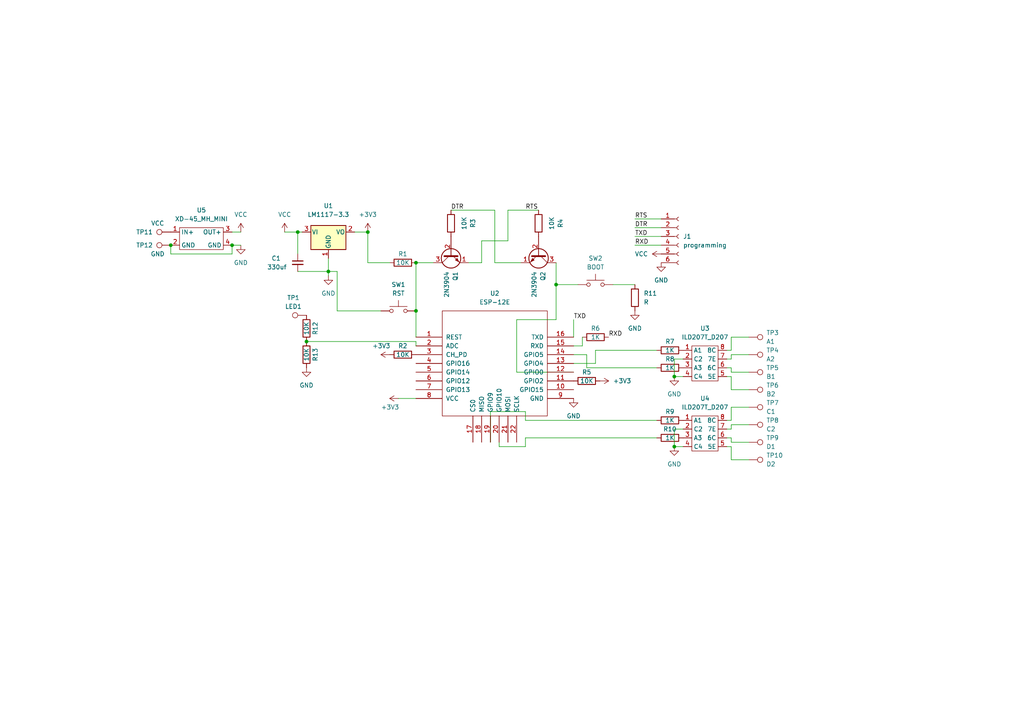
<source format=kicad_sch>
(kicad_sch (version 20211123) (generator eeschema)
  (paper "A4")
  (lib_symbols
    (symbol "Buck_Converter:XD-45_MH_MINI"
      (property "Reference" "U" (at 0 -2.54 0))
      (property "Value" "XD-45_MH_MINI" (at 0 0 0))
      (symbol "XD-45_MH_MINI_0_1"
        (polyline (pts (xy -6.35 -3.81) (xy 6.35 -3.81) (xy 6.35 -10.16) (xy -6.35 -10.16) (xy -6.35 -3.81)))
      )
      (symbol "XD-45_MH_MINI_1_1"
        (pin input line (at -8.89 -5.08 0) (length 2.54) (name "IN+") (number "1"))
        (pin input line (at -8.89 -8.89 0) (length 2.54) (name "GND") (number "2"))
        (pin output line (at 8.89 -5.08 180) (length 2.54) (name "OUT+") (number "3"))
        (pin output line (at 8.89 -8.89 180) (length 2.54) (name "GND") (number "4"))
      )
    )
    (symbol "Connector:Conn_01x06_Female" (pin_names (offset 1.016) hide)
      (property "Reference" "J" (at 0 7.62 0))
      (property "Value" "Conn_01x06_Female" (at 0 -10.16 0))
      (symbol "Conn_01x06_Female_1_1"
        (arc (start 0 -7.112) (mid -0.508 -7.62) (end 0 -8.128) (stroke (width 0.1524)))
        (arc (start 0 -4.572) (mid -0.508 -5.08) (end 0 -5.588) (stroke (width 0.1524)))
        (arc (start 0 -2.032) (mid -0.508 -2.54) (end 0 -3.048) (stroke (width 0.1524)))
        (polyline (pts (xy -1.27 -7.62) (xy -0.508 -7.62)) (stroke (width 0.1524)))
        (polyline (pts (xy -1.27 -5.08) (xy -0.508 -5.08)) (stroke (width 0.1524)))
        (polyline (pts (xy -1.27 -2.54) (xy -0.508 -2.54)) (stroke (width 0.1524)))
        (polyline (pts (xy -1.27 0) (xy -0.508 0)) (stroke (width 0.1524)))
        (polyline (pts (xy -1.27 2.54) (xy -0.508 2.54)) (stroke (width 0.1524)))
        (polyline (pts (xy -1.27 5.08) (xy -0.508 5.08)) (stroke (width 0.1524)))
        (arc (start 0 0.508) (mid -0.508 0) (end 0 -0.508) (stroke (width 0.1524)))
        (arc (start 0 3.048) (mid -0.508 2.54) (end 0 2.032) (stroke (width 0.1524)))
        (arc (start 0 5.588) (mid -0.508 5.08) (end 0 4.572) (stroke (width 0.1524)))
        (pin passive line (at -5.08 5.08 0) (length 3.81) (name "Pin_1") (number "1"))
        (pin passive line (at -5.08 2.54 0) (length 3.81) (name "Pin_2") (number "2"))
        (pin passive line (at -5.08 0 0) (length 3.81) (name "Pin_3") (number "3"))
        (pin passive line (at -5.08 -2.54 0) (length 3.81) (name "Pin_4") (number "4"))
        (pin passive line (at -5.08 -5.08 0) (length 3.81) (name "Pin_5") (number "5"))
        (pin passive line (at -5.08 -7.62 0) (length 3.81) (name "Pin_6") (number "6"))
      )
    )
    (symbol "Connector:TestPoint" (pin_numbers hide) (pin_names (offset 0.762) hide)
      (property "Reference" "TP" (at 0 6.858 0))
      (property "Value" "TestPoint" (at 0 5.08 0))
      (symbol "TestPoint_0_1"
        (circle (center 0 3.302) (radius 0.762))
      )
      (symbol "TestPoint_1_1"
        (pin passive line (at 0 0 90) (length 2.54) (name "1") (number "1"))
      )
    )
    (symbol "Device:C_Small" (pin_numbers hide) (pin_names (offset 0.254) hide)
      (property "Reference" "C" (at 0.254 1.778 0))
      (property "Value" "C_Small" (at 0.254 -2.032 0))
      (symbol "C_Small_0_1"
        (polyline (pts (xy -1.524 -0.508) (xy 1.524 -0.508)) (stroke (width 0.3302)))
        (polyline (pts (xy -1.524 0.508) (xy 1.524 0.508)) (stroke (width 0.3048)))
      )
      (symbol "C_Small_1_1"
        (pin passive line (at 0 2.54 270) (length 2.032) (name "~") (number "1"))
        (pin passive line (at 0 -2.54 90) (length 2.032) (name "~") (number "2"))
      )
    )
    (symbol "Device:R" (pin_numbers hide) (pin_names (offset 0))
      (property "Reference" "R" (at 2.032 0 90))
      (property "Value" "R" (at 0 0 90))
      (symbol "R_0_1"
        (rectangle (start -1.016 -2.54) (end 1.016 2.54) (stroke (width 0.254)))
      )
      (symbol "R_1_1"
        (pin passive line (at 0 3.81 270) (length 1.27) (name "~") (number "1"))
        (pin passive line (at 0 -3.81 90) (length 1.27) (name "~") (number "2"))
      )
    )
    (symbol "ESP8266:ESP-12E" (pin_names (offset 1.016))
      (property "Reference" "U" (at 0 -2.54 0))
      (property "Value" "ESP-12E" (at 0 2.54 0))
      (symbol "ESP-12E_1_0"
        (rectangle (start -15.24 -15.24) (end 15.24 15.24))
      )
      (symbol "ESP-12E_1_1"
        (pin input line (at -22.86 7.62 0) (length 7.62) (name "REST") (number "1"))
        (pin bidirectional line (at 22.86 -7.62 180) (length 7.62) (name "GPIO15") (number "10"))
        (pin bidirectional line (at 22.86 -5.08 180) (length 7.62) (name "GPIO2") (number "11"))
        (pin bidirectional line (at 22.86 -2.54 180) (length 7.62) (name "GPIO0") (number "12"))
        (pin bidirectional line (at 22.86 0 180) (length 7.62) (name "GPIO4") (number "13"))
        (pin bidirectional line (at 22.86 2.54 180) (length 7.62) (name "GPIO5") (number "14"))
        (pin input line (at 22.86 5.08 180) (length 7.62) (name "RXD") (number "15"))
        (pin output line (at 22.86 7.62 180) (length 7.62) (name "TXD") (number "16"))
        (pin bidirectional line (at -6.35 -22.86 90) (length 7.62) (name "CS0") (number "17"))
        (pin bidirectional line (at -3.81 -22.86 90) (length 7.62) (name "MISO") (number "18"))
        (pin bidirectional line (at -1.27 -22.86 90) (length 7.62) (name "GPIO9") (number "19"))
        (pin passive line (at -22.86 5.08 0) (length 7.62) (name "ADC") (number "2"))
        (pin bidirectional line (at 1.27 -22.86 90) (length 7.62) (name "GPIO10") (number "20"))
        (pin bidirectional line (at 3.81 -22.86 90) (length 7.62) (name "MOSI") (number "21"))
        (pin bidirectional line (at 6.35 -22.86 90) (length 7.62) (name "SCLK") (number "22"))
        (pin input line (at -22.86 2.54 0) (length 7.62) (name "CH_PD") (number "3"))
        (pin bidirectional line (at -22.86 0 0) (length 7.62) (name "GPIO16") (number "4"))
        (pin bidirectional line (at -22.86 -2.54 0) (length 7.62) (name "GPIO14") (number "5"))
        (pin bidirectional line (at -22.86 -5.08 0) (length 7.62) (name "GPIO12") (number "6"))
        (pin bidirectional line (at -22.86 -7.62 0) (length 7.62) (name "GPIO13") (number "7"))
        (pin power_in line (at -22.86 -10.16 0) (length 7.62) (name "VCC") (number "8"))
        (pin power_in line (at 22.86 -10.16 180) (length 7.62) (name "GND") (number "9"))
      )
    )
    (symbol "Regulator_Linear:LM1117-3.3" (pin_names (offset 0.254))
      (property "Reference" "U" (at -3.81 3.175 0))
      (property "Value" "LM1117-3.3" (at 0 3.175 0))
      (symbol "LM1117-3.3_0_1"
        (rectangle (start -5.08 -5.08) (end 5.08 1.905) (stroke (width 0.254)) (fill (type background)))
      )
      (symbol "LM1117-3.3_1_1"
        (pin power_in line (at 0 -7.62 90) (length 2.54) (name "GND") (number "1"))
        (pin power_out line (at 7.62 0 180) (length 2.54) (name "VO") (number "2"))
        (pin power_in line (at -7.62 0 0) (length 2.54) (name "VI") (number "3"))
      )
    )
    (symbol "Switch:SW_Push" (pin_numbers hide) (pin_names (offset 1.016) hide)
      (property "Reference" "SW" (at 1.27 2.54 0))
      (property "Value" "SW_Push" (at 0 -1.524 0))
      (symbol "SW_Push_0_1"
        (circle (center -2.032 0) (radius 0.508))
        (polyline (pts (xy 0 1.27) (xy 0 3.048)))
        (polyline (pts (xy 2.54 1.27) (xy -2.54 1.27)))
        (circle (center 2.032 0) (radius 0.508))
        (pin passive line (at -5.08 0 0) (length 2.54) (name "1") (number "1"))
        (pin passive line (at 5.08 0 180) (length 2.54) (name "2") (number "2"))
      )
    )
    (symbol "Transistor_BJT:2N3904" (pin_names (offset 0) hide)
      (property "Reference" "Q" (at 5.08 1.905 0))
      (property "Value" "2N3904" (at 5.08 0 0))
      (symbol "2N3904_0_1"
        (polyline (pts (xy 0.635 0.635) (xy 2.54 2.54)))
        (polyline (pts (xy 0.635 -0.635) (xy 2.54 -2.54) (xy 2.54 -2.54)))
        (polyline (pts (xy 0.635 1.905) (xy 0.635 -1.905) (xy 0.635 -1.905)) (stroke (width 0.508)))
        (polyline (pts (xy 1.27 -1.778) (xy 1.778 -1.27) (xy 2.286 -2.286) (xy 1.27 -1.778) (xy 1.27 -1.778)) (fill (type outline)))
        (circle (center 1.27 0) (radius 2.8194) (stroke (width 0.254)))
      )
      (symbol "2N3904_1_1"
        (pin passive line (at 2.54 -5.08 90) (length 2.54) (name "E") (number "1"))
        (pin passive line (at -5.08 0 0) (length 5.715) (name "B") (number "2"))
        (pin passive line (at 2.54 5.08 270) (length 2.54) (name "C") (number "3"))
      )
    )
    (symbol "optocoupler:ILD207T_D207"
      (property "Reference" "U" (at 0 -1.27 0))
      (property "Value" "ILD207T_D207" (at 0 -3.81 0))
      (symbol "ILD207T_D207_0_1"
        (polyline (pts (xy 3.81 -6.35) (xy 3.81 -16.51) (xy -3.81 -16.51) (xy -3.81 -6.35) (xy 3.81 -6.35)))
      )
      (symbol "ILD207T_D207_1_1"
        (pin input line (at -6.35 -7.62 0) (length 2.54) (name "A1") (number "1"))
        (pin input line (at -6.35 -10.16 0) (length 2.54) (name "C2") (number "2"))
        (pin input line (at -6.35 -12.7 0) (length 2.54) (name "A3") (number "3"))
        (pin input line (at -6.35 -15.24 0) (length 2.54) (name "C4") (number "4"))
        (pin output line (at 6.35 -15.24 180) (length 2.54) (name "5E") (number "5"))
        (pin output line (at 6.35 -12.7 180) (length 2.54) (name "6C") (number "6"))
        (pin output line (at 6.35 -10.16 180) (length 2.54) (name "7E") (number "7"))
        (pin output line (at 6.35 -7.62 180) (length 2.54) (name "8C") (number "8"))
      )
    )
    (symbol "power:+3V3" (power) (pin_names (offset 0))
      (property "Value" "+3V3" (at 0 3.556 0))
      (symbol "+3V3_0_1"
        (polyline (pts (xy -0.762 1.27) (xy 0 2.54)))
        (polyline (pts (xy 0 0) (xy 0 2.54)))
        (polyline (pts (xy 0 2.54) (xy 0.762 1.27)))
      )
      (symbol "+3V3_1_1"
        (pin power_in line (at 0 0 90) (length 0) hide (name "+3V3") (number "1"))
      )
    )
    (symbol "power:GND" (power) (pin_names (offset 0))
      (property "Value" "GND" (at 0 -3.81 0))
      (symbol "GND_0_1"
        (polyline (pts (xy 0 0) (xy 0 -1.27) (xy 1.27 -1.27) (xy 0 -2.54) (xy -1.27 -1.27) (xy 0 -1.27)))
      )
      (symbol "GND_1_1"
        (pin power_in line (at 0 0 270) (length 0) hide (name "GND") (number "1"))
      )
    )
    (symbol "power:VCC" (power) (pin_names (offset 0))
      (property "Value" "VCC" (at 0 3.81 0))
      (symbol "VCC_0_1"
        (polyline (pts (xy -0.762 1.27) (xy 0 2.54)))
        (polyline (pts (xy 0 0) (xy 0 2.54)))
        (polyline (pts (xy 0 2.54) (xy 0.762 1.27)))
      )
      (symbol "VCC_1_1"
        (pin power_in line (at 0 0 90) (length 0) hide (name "VCC") (number "1"))
      )
    )
  )
  (junction (at 161.29 82.55))
  (junction (at 86.36 67.31))
  (junction (at 88.9 99.06))
  (junction (at 49.53 71.12))
  (junction (at 195.58 109.22))
  (junction (at 67.31 71.12))
  (junction (at 106.68 67.31))
  (junction (at 195.58 129.54))
  (junction (at 120.65 76.2))
  (junction (at 120.65 90.17))
  (junction (at 95.25 78.74))
  (wire (pts (xy 217.17 107.95) (xy 212.09 107.95)))
  (wire (pts (xy 195.58 109.22) (xy 198.12 109.22)))
  (wire (pts (xy 217.17 102.87) (xy 212.09 102.87)))
  (wire (pts (xy 149.86 92.71) (xy 149.86 107.95)))
  (wire (pts (xy 166.37 100.33) (xy 168.91 100.33)))
  (wire (pts (xy 106.68 76.2) (xy 106.68 67.31)))
  (wire (pts (xy 82.55 67.31) (xy 86.36 67.31)))
  (wire (pts (xy 172.72 101.6) (xy 172.72 105.41)))
  (wire (pts (xy 217.17 118.11) (xy 212.09 118.11)))
  (wire (pts (xy 184.15 66.04) (xy 191.77 66.04)))
  (wire (pts (xy 139.7 69.85) (xy 147.32 69.85)))
  (wire (pts (xy 139.7 76.2) (xy 135.89 76.2)))
  (wire (pts (xy 97.79 90.17) (xy 97.79 78.74)))
  (wire (pts (xy 139.7 76.2) (xy 139.7 69.85)))
  (wire (pts (xy 212.09 102.87) (xy 212.09 104.14)))
  (wire (pts (xy 198.12 124.46) (xy 195.58 124.46)))
  (wire (pts (xy 161.29 76.2) (xy 161.29 82.55)))
  (wire (pts (xy 95.25 78.74) (xy 95.25 80.01)))
  (wire (pts (xy 142.24 119.38) (xy 142.24 128.27)))
  (wire (pts (xy 147.32 69.85) (xy 147.32 60.96)))
  (wire (pts (xy 190.5 121.92) (xy 152.4 121.92)))
  (wire (pts (xy 120.65 90.17) (xy 120.65 97.79)))
  (wire (pts (xy 184.15 71.12) (xy 191.77 71.12)))
  (wire (pts (xy 152.4 119.38) (xy 142.24 119.38)))
  (wire (pts (xy 151.13 76.2) (xy 143.51 76.2)))
  (wire (pts (xy 49.53 71.12) (xy 49.53 73.66)))
  (wire (pts (xy 184.15 68.58) (xy 191.77 68.58)))
  (wire (pts (xy 217.17 123.19) (xy 212.09 123.19)))
  (wire (pts (xy 95.25 74.93) (xy 95.25 78.74)))
  (wire (pts (xy 97.79 78.74) (xy 95.25 78.74)))
  (wire (pts (xy 120.65 99.06) (xy 120.65 100.33)))
  (wire (pts (xy 168.91 100.33) (xy 168.91 97.79)))
  (wire (pts (xy 166.37 92.71) (xy 166.37 97.79)))
  (wire (pts (xy 212.09 113.03) (xy 212.09 109.22)))
  (wire (pts (xy 120.65 76.2) (xy 120.65 90.17)))
  (wire (pts (xy 212.09 118.11) (xy 212.09 121.92)))
  (wire (pts (xy 217.17 97.79) (xy 212.09 97.79)))
  (wire (pts (xy 195.58 104.14) (xy 195.58 109.22)))
  (wire (pts (xy 195.58 129.54) (xy 198.12 129.54)))
  (wire (pts (xy 167.64 82.55) (xy 161.29 82.55)))
  (wire (pts (xy 106.68 67.31) (xy 102.87 67.31)))
  (wire (pts (xy 67.31 71.12) (xy 67.31 73.66)))
  (wire (pts (xy 184.15 82.55) (xy 177.8 82.55)))
  (wire (pts (xy 212.09 133.35) (xy 212.09 129.54)))
  (wire (pts (xy 190.5 127) (xy 152.4 127)))
  (wire (pts (xy 190.5 106.68) (xy 170.18 106.68)))
  (wire (pts (xy 152.4 121.92) (xy 152.4 119.38)))
  (wire (pts (xy 144.78 129.54) (xy 144.78 128.27)))
  (wire (pts (xy 198.12 104.14) (xy 195.58 104.14)))
  (wire (pts (xy 69.85 67.31) (xy 67.31 67.31)))
  (wire (pts (xy 88.9 99.06) (xy 120.65 99.06)))
  (wire (pts (xy 212.09 121.92) (xy 210.82 121.92)))
  (wire (pts (xy 152.4 129.54) (xy 144.78 129.54)))
  (wire (pts (xy 161.29 82.55) (xy 161.29 92.71)))
  (wire (pts (xy 195.58 124.46) (xy 195.58 129.54)))
  (wire (pts (xy 217.17 113.03) (xy 212.09 113.03)))
  (wire (pts (xy 147.32 60.96) (xy 156.21 60.96)))
  (wire (pts (xy 212.09 104.14) (xy 210.82 104.14)))
  (wire (pts (xy 212.09 109.22) (xy 210.82 109.22)))
  (wire (pts (xy 143.51 60.96) (xy 130.81 60.96)))
  (wire (pts (xy 110.49 90.17) (xy 97.79 90.17)))
  (wire (pts (xy 212.09 123.19) (xy 212.09 124.46)))
  (wire (pts (xy 166.37 105.41) (xy 172.72 105.41)))
  (wire (pts (xy 149.86 107.95) (xy 166.37 107.95)))
  (wire (pts (xy 115.57 115.57) (xy 120.65 115.57)))
  (wire (pts (xy 184.15 63.5) (xy 191.77 63.5)))
  (wire (pts (xy 217.17 128.27) (xy 212.09 128.27)))
  (wire (pts (xy 143.51 76.2) (xy 143.51 60.96)))
  (wire (pts (xy 152.4 127) (xy 152.4 129.54)))
  (wire (pts (xy 212.09 128.27) (xy 212.09 127)))
  (wire (pts (xy 212.09 124.46) (xy 210.82 124.46)))
  (wire (pts (xy 170.18 102.87) (xy 166.37 102.87)))
  (wire (pts (xy 212.09 106.68) (xy 210.82 106.68)))
  (wire (pts (xy 212.09 97.79) (xy 212.09 101.6)))
  (wire (pts (xy 190.5 101.6) (xy 172.72 101.6)))
  (wire (pts (xy 113.03 76.2) (xy 106.68 76.2)))
  (wire (pts (xy 170.18 102.87) (xy 170.18 106.68)))
  (wire (pts (xy 212.09 127) (xy 210.82 127)))
  (wire (pts (xy 86.36 67.31) (xy 86.36 73.66)))
  (wire (pts (xy 125.73 76.2) (xy 120.65 76.2)))
  (wire (pts (xy 217.17 133.35) (xy 212.09 133.35)))
  (wire (pts (xy 212.09 129.54) (xy 210.82 129.54)))
  (wire (pts (xy 69.85 71.12) (xy 67.31 71.12)))
  (wire (pts (xy 212.09 107.95) (xy 212.09 106.68)))
  (wire (pts (xy 212.09 101.6) (xy 210.82 101.6)))
  (wire (pts (xy 86.36 78.74) (xy 95.25 78.74)))
  (wire (pts (xy 86.36 67.31) (xy 87.63 67.31)))
  (wire (pts (xy 161.29 92.71) (xy 149.86 92.71)))
  (wire (pts (xy 49.53 73.66) (xy 67.31 73.66)))
  (label "TXD" (at 166.37 92.71 0))
  (label "RTS" (at 184.15 63.5 0))
  (label "RXD" (at 176.53 97.79 0))
  (label "RXD" (at 184.15 71.12 0))
  (label "DTR" (at 184.15 66.04 0))
  (label "DTR" (at 130.81 60.96 0))
  (label "TXD" (at 184.15 68.58 0))
  (label "RTS" (at 152.4 60.96 0))
  (symbol (lib_id "Buck_Converter:XD-45_MH_MINI") (at 58.42 62.23 0) (unit 1)
    (property "Reference" "U5" (at 58.42 60.96 0))
    (property "Value" "XD-45_MH_MINI" (at 58.42 63.5 0))
    (property "Footprint" "Buck_Converter:XD-45 MH mini" (effects hide))
  )
  (symbol (lib_id "power:VCC") (at 191.77 73.66 90) (unit 1)
    (property "Reference" "#PWR08" (effects hide))
    (property "Value" "VCC" (at 187.96 73.6599 90) (effects (justify left)))
  )
  (symbol (lib_id "power:GND") (at 166.37 115.57 0) (unit 1)
    (property "Reference" "#PWR06" (effects hide))
    (property "Value" "GND" (at 166.37 120.65 0))
  )
  (symbol (lib_id "power:GND") (at 95.25 80.01 0) (unit 1)
    (property "Reference" "#PWR02" (effects hide))
    (property "Value" "GND" (at 95.25 85.09 0))
  )
  (symbol (lib_id "Device:R") (at 88.9 95.25 0) (unit 1)
    (property "Reference" "R12" (at 91.44 95.25 90))
    (property "Value" "10K" (at 88.9 95.25 90))
    (property "Footprint" "Resistor_SMD:R_1206_3216Metric" (effects hide))
  )
  (symbol (lib_id "power:+3V3") (at 113.03 102.87 90) (unit 1)
    (property "Reference" "#PWR04" (effects hide))
    (property "Value" "+3V3" (at 107.95 100.33 90) (effects (justify right)))
  )
  (symbol (lib_id "Device:R") (at 184.15 86.36 0) (unit 1)
    (property "Reference" "R11" (at 186.69 85.0899 0) (effects (justify left)))
    (property "Value" "R" (at 186.69 87.6299 0) (effects (justify left)))
    (property "Footprint" "Resistor_SMD:R_1206_3216Metric" (effects hide))
  )
  (symbol (lib_id "power:VCC") (at 69.85 67.31 0) (unit 1)
    (property "Reference" "#PWR0104" (effects hide))
    (property "Value" "VCC" (at 69.85 62.23 0))
  )
  (symbol (lib_id "power:GND") (at 195.58 129.54 0) (unit 1)
    (property "Reference" "#PWR0101" (effects hide))
    (property "Value" "GND" (at 195.58 134.62 0))
  )
  (symbol (lib_id "Device:R") (at 170.18 110.49 90) (unit 1)
    (property "Reference" "R5" (at 170.18 107.95 90))
    (property "Value" "10K" (at 170.18 110.49 90))
    (property "Footprint" "Resistor_SMD:R_1206_3216Metric" (effects hide))
  )
  (symbol (lib_id "Switch:SW_Push") (at 172.72 82.55 0) (unit 1)
    (property "Reference" "SW2" (at 172.72 74.93 0))
    (property "Value" "BOOT" (at 172.72 77.47 0))
    (property "Footprint" "Button_Switch_SMD:SW_SPST_TL3342" (effects hide))
  )
  (symbol (lib_id "power:GND") (at 69.85 71.12 0) (unit 1)
    (property "Reference" "#PWR0102" (effects hide))
    (property "Value" "GND" (at 69.85 76.2 0))
  )
  (symbol (lib_id "Regulator_Linear:LM1117-3.3") (at 95.25 67.31 0) (unit 1)
    (property "Reference" "U1" (at 95.25 59.69 0))
    (property "Value" "LM1117-3.3" (at 95.25 62.23 0))
    (property "Footprint" "Package_TO_SOT_SMD:SOT-223-3_TabPin2" (effects hide))
    (property "Datasheet" "http://www.ti.com/lit/ds/symlink/lm1117.pdf" (effects hide))
  )
  (symbol (lib_id "Connector:TestPoint") (at 217.17 133.35 270) (unit 1)
    (property "Reference" "TP10" (at 222.25 132.0799 90) (effects (justify left)))
    (property "Value" "D2" (at 222.25 134.6199 90) (effects (justify left)))
    (property "Footprint" "Connector_Wire:SolderWirePad_1x01_SMD_1x2mm" (effects hide))
  )
  (symbol (lib_id "power:+3V3") (at 115.57 115.57 90) (unit 1)
    (property "Reference" "#PWR05" (effects hide))
    (property "Value" "+3V3" (at 110.49 118.11 90) (effects (justify right)))
  )
  (symbol (lib_id "Device:R") (at 116.84 102.87 90) (unit 1)
    (property "Reference" "R2" (at 116.84 100.33 90))
    (property "Value" "10K" (at 116.84 102.87 90))
    (property "Footprint" "Resistor_SMD:R_1206_3216Metric" (effects hide))
  )
  (symbol (lib_id "Connector:TestPoint") (at 217.17 113.03 270) (unit 1)
    (property "Reference" "TP6" (at 222.25 111.7599 90) (effects (justify left)))
    (property "Value" "B2" (at 222.25 114.2999 90) (effects (justify left)))
    (property "Footprint" "Connector_Wire:SolderWirePad_1x01_SMD_1x2mm" (effects hide))
  )
  (symbol (lib_id "Device:R") (at 172.72 97.79 90) (unit 1)
    (property "Reference" "R6" (at 172.72 95.25 90))
    (property "Value" "1K" (at 172.72 97.79 90))
    (property "Footprint" "Resistor_SMD:R_1206_3216Metric" (effects hide))
  )
  (symbol (lib_id "Connector:TestPoint") (at 217.17 107.95 270) (unit 1)
    (property "Reference" "TP5" (at 222.25 106.6799 90) (effects (justify left)))
    (property "Value" "B1" (at 222.25 109.2199 90) (effects (justify left)))
    (property "Footprint" "Connector_Wire:SolderWirePad_1x01_SMD_1x2mm" (effects hide))
  )
  (symbol (lib_id "Connector:TestPoint") (at 217.17 128.27 270) (unit 1)
    (property "Reference" "TP9" (at 222.25 126.9999 90) (effects (justify left)))
    (property "Value" "D1" (at 222.25 129.5399 90) (effects (justify left)))
    (property "Footprint" "Connector_Wire:SolderWirePad_1x01_SMD_1x2mm" (effects hide))
  )
  (symbol (lib_id "power:GND") (at 195.58 109.22 0) (unit 1)
    (property "Reference" "#PWR0103" (effects hide))
    (property "Value" "GND" (at 195.58 114.3 0))
  )
  (symbol (lib_id "Device:R") (at 88.9 102.87 0) (unit 1)
    (property "Reference" "R13" (at 91.44 102.87 90))
    (property "Value" "10K" (at 88.9 102.87 90))
    (property "Footprint" "Resistor_SMD:R_1206_3216Metric" (effects hide))
  )
  (symbol (lib_id "Device:R") (at 116.84 76.2 90) (unit 1)
    (property "Reference" "R1" (at 116.84 73.66 90))
    (property "Value" "10K" (at 116.84 76.2 90))
    (property "Footprint" "Resistor_SMD:R_1206_3216Metric" (effects hide))
  )
  (symbol (lib_id "Device:R") (at 194.31 127 90) (unit 1)
    (property "Reference" "R10" (at 194.31 124.46 90))
    (property "Value" "1K" (at 194.31 127 90))
    (property "Footprint" "Resistor_SMD:R_1206_3216Metric" (effects hide))
  )
  (symbol (lib_id "Connector:TestPoint") (at 88.9 91.44 90) (unit 1)
    (property "Reference" "TP1" (at 85.09 86.36 90))
    (property "Value" "LED1" (at 85.09 88.9 90))
    (property "Footprint" "Connector_Wire:SolderWirePad_1x01_SMD_1x2mm" (effects hide))
  )
  (symbol (lib_id "power:VCC") (at 82.55 67.31 0) (unit 1)
    (property "Reference" "#PWR01" (effects hide))
    (property "Value" "VCC" (at 82.55 62.23 0))
  )
  (symbol (lib_id "Transistor_BJT:2N3904") (at 130.81 73.66 90) (mirror x) (unit 1)
    (property "Reference" "Q1" (at 132.0801 78.74 0) (effects (justify left)))
    (property "Value" "2N3904" (at 129.5401 78.74 0) (effects (justify left)))
    (property "Footprint" "Package_TO_SOT_SMD:SOT-23" (effects hide))
    (property "Datasheet" "https://www.onsemi.com/pub/Collateral/2N3903-D.PDF" (effects hide))
  )
  (symbol (lib_id "power:GND") (at 184.15 90.17 0) (unit 1)
    (property "Reference" "#PWR010" (effects hide))
    (property "Value" "GND" (at 184.15 95.25 0))
  )
  (symbol (lib_id "optocoupler:ILD207T_D207") (at 204.47 93.98 0) (unit 1)
    (property "Reference" "U3" (at 204.47 95.25 0))
    (property "Value" "ILD207T_D207" (at 204.47 97.79 0))
    (property "Footprint" "Package_SO:SOIC-8W_5.3x5.3mm_P1.27mm" (effects hide))
  )
  (symbol (lib_id "Device:R") (at 194.31 101.6 90) (unit 1)
    (property "Reference" "R7" (at 194.31 99.06 90))
    (property "Value" "1K" (at 194.31 101.6 90))
    (property "Footprint" "Resistor_SMD:R_1206_3216Metric" (effects hide))
  )
  (symbol (lib_id "power:+3V3") (at 173.99 110.49 270) (unit 1)
    (property "Reference" "#PWR07" (effects hide))
    (property "Value" "+3V3" (at 177.8 110.4899 90) (effects (justify left)))
  )
  (symbol (lib_id "Switch:SW_Push") (at 115.57 90.17 0) (unit 1)
    (property "Reference" "SW1" (at 115.57 82.55 0))
    (property "Value" "RST" (at 115.57 85.09 0))
    (property "Footprint" "Button_Switch_SMD:SW_SPST_TL3342" (effects hide))
  )
  (symbol (lib_id "Transistor_BJT:2N3904") (at 156.21 73.66 270) (unit 1)
    (property "Reference" "Q2" (at 157.4801 78.74 0) (effects (justify left)))
    (property "Value" "2N3904" (at 154.9401 78.74 0) (effects (justify left)))
    (property "Footprint" "Package_TO_SOT_SMD:SOT-23" (effects hide))
    (property "Datasheet" "https://www.onsemi.com/pub/Collateral/2N3903-D.PDF" (effects hide))
  )
  (symbol (lib_id "Connector:TestPoint") (at 49.53 71.12 90) (unit 1)
    (property "Reference" "TP12" (at 41.91 71.12 90))
    (property "Value" "GND" (at 45.72 73.66 90))
    (property "Footprint" "Connector_Wire:SolderWirePad_1x01_SMD_1x2mm" (effects hide))
  )
  (symbol (lib_id "power:GND") (at 88.9 106.68 0) (unit 1)
    (property "Reference" "#PWR011" (effects hide))
    (property "Value" "GND" (at 88.9 111.76 0))
  )
  (symbol (lib_id "optocoupler:ILD207T_D207") (at 204.47 114.3 0) (unit 1)
    (property "Reference" "U4" (at 204.47 115.57 0))
    (property "Value" "ILD207T_D207" (at 204.47 118.11 0))
    (property "Footprint" "Package_SO:SOIC-8W_5.3x5.3mm_P1.27mm" (effects hide))
  )
  (symbol (lib_id "Device:R") (at 156.21 64.77 0) (unit 1)
    (property "Reference" "R4" (at 162.56 64.77 90))
    (property "Value" "10K" (at 160.02 64.77 90))
    (property "Footprint" "Resistor_SMD:R_1206_3216Metric" (effects hide))
  )
  (symbol (lib_id "Device:C_Small") (at 86.36 76.2 0) (unit 1)
    (property "Reference" "C1" (at 78.74 74.93 0) (effects (justify left)))
    (property "Value" "330uf" (at 77.47 77.47 0) (effects (justify left)))
    (property "Footprint" "Capacitor_THT:CP_Radial_D8.0mm_P3.50mm" (effects hide))
  )
  (symbol (lib_id "Device:R") (at 194.31 106.68 90) (unit 1)
    (property "Reference" "R8" (at 194.31 104.14 90))
    (property "Value" "1K" (at 194.31 106.68 90))
    (property "Footprint" "Resistor_SMD:R_1206_3216Metric" (effects hide))
  )
  (symbol (lib_id "Connector:Conn_01x06_Female") (at 196.85 68.58 0) (unit 1)
    (property "Reference" "J1" (at 198.12 68.5799 0) (effects (justify left)))
    (property "Value" "programming" (at 198.12 71.1199 0) (effects (justify left)))
    (property "Footprint" "Connector_PinHeader_2.54mm:PinHeader_1x06_P2.54mm_Vertical" (effects hide))
  )
  (symbol (lib_id "Connector:TestPoint") (at 49.53 67.31 90) (unit 1)
    (property "Reference" "TP11" (at 41.91 67.31 90))
    (property "Value" "VCC" (at 45.72 64.77 90))
    (property "Footprint" "Connector_Wire:SolderWirePad_1x01_SMD_1x2mm" (effects hide))
  )
  (symbol (lib_id "Device:R") (at 130.81 64.77 0) (unit 1)
    (property "Reference" "R3" (at 137.16 64.77 90))
    (property "Value" "10K" (at 134.62 64.77 90))
    (property "Footprint" "Resistor_SMD:R_1206_3216Metric" (effects hide))
  )
  (symbol (lib_id "Connector:TestPoint") (at 217.17 123.19 270) (unit 1)
    (property "Reference" "TP8" (at 222.25 121.9199 90) (effects (justify left)))
    (property "Value" "C2" (at 222.25 124.4599 90) (effects (justify left)))
    (property "Footprint" "Connector_Wire:SolderWirePad_1x01_SMD_1x2mm" (effects hide))
  )
  (symbol (lib_id "Connector:TestPoint") (at 217.17 102.87 270) (unit 1)
    (property "Reference" "TP4" (at 222.25 101.5999 90) (effects (justify left)))
    (property "Value" "A2" (at 222.25 104.1399 90) (effects (justify left)))
    (property "Footprint" "Connector_Wire:SolderWirePad_1x01_SMD_1x2mm" (effects hide))
  )
  (symbol (lib_id "Connector:TestPoint") (at 217.17 97.79 270) (unit 1)
    (property "Reference" "TP3" (at 222.25 96.5199 90) (effects (justify left)))
    (property "Value" "A1" (at 222.25 99.0599 90) (effects (justify left)))
    (property "Footprint" "Connector_Wire:SolderWirePad_1x01_SMD_1x2mm" (effects hide))
  )
  (symbol (lib_id "Device:R") (at 194.31 121.92 90) (unit 1)
    (property "Reference" "R9" (at 194.31 119.38 90))
    (property "Value" "1K" (at 194.31 121.92 90))
    (property "Footprint" "Resistor_SMD:R_1206_3216Metric" (effects hide))
  )
  (symbol (lib_id "power:+3V3") (at 106.68 67.31 0) (unit 1)
    (property "Reference" "#PWR03" (effects hide))
    (property "Value" "+3V3" (at 106.68 62.23 0))
  )
  (symbol (lib_id "power:GND") (at 191.77 76.2 0) (unit 1)
    (property "Reference" "#PWR09" (effects hide))
    (property "Value" "GND" (at 191.77 81.28 0))
  )
  (symbol (lib_id "ESP8266:ESP-12E") (at 143.51 105.41 0) (unit 1)
    (property "Reference" "U2" (at 143.51 85.09 0))
    (property "Value" "ESP-12E" (at 143.51 87.63 0))
    (property "Footprint" "ESP8266:ESP-12E_SMD" (effects hide))
    (property "Datasheet" "http://l0l.org.uk/2014/12/esp8266-modules-hardware-guide-gotta-catch-em-all/" (effects hide))
  )
  (symbol (lib_id "Connector:TestPoint") (at 217.17 118.11 270) (unit 1)
    (property "Reference" "TP7" (at 222.25 116.8399 90) (effects (justify left)))
    (property "Value" "C1" (at 222.25 119.3799 90) (effects (justify left)))
    (property "Footprint" "Connector_Wire:SolderWirePad_1x01_SMD_1x2mm" (effects hide))
  )
)
</source>
